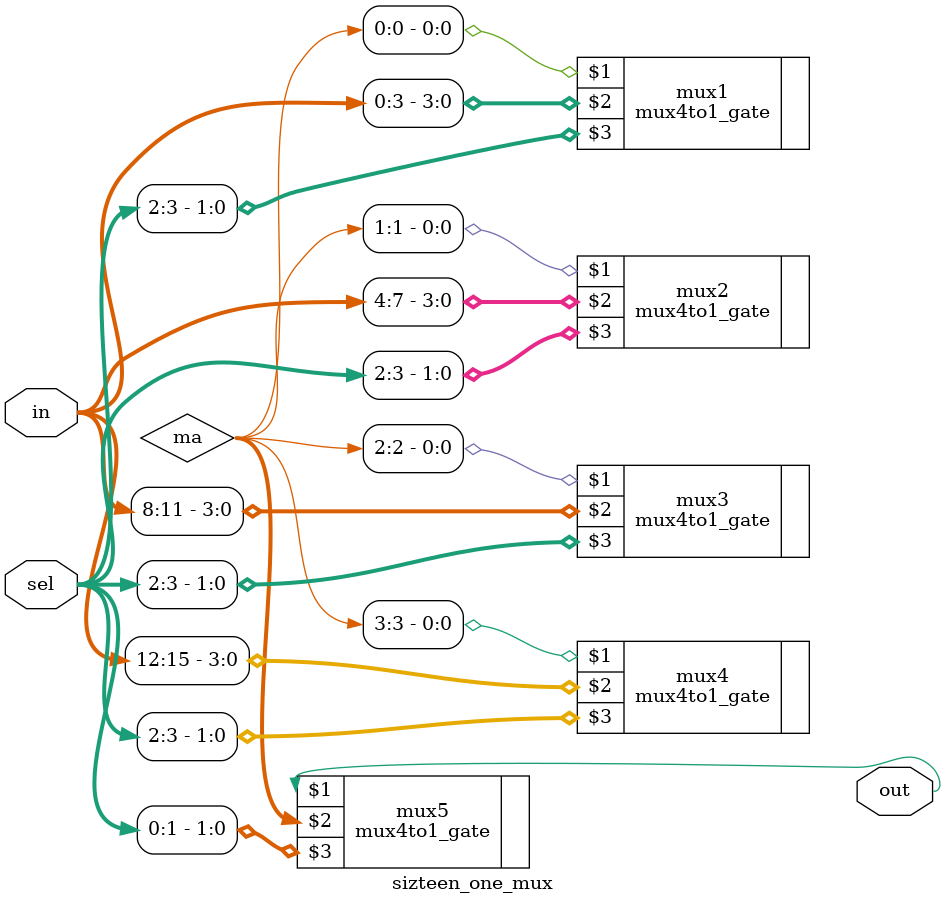
<source format=v>
`timescale 1ns / 1ps


module sizteen_one_mux(out,in,sel); 

 input [0:15] in; 

 input [0:3] sel;

 output out;

 wire [0:3] ma;

 mux4to1_gate mux1(ma[0],in[0:3],sel[2:3]);

 mux4to1_gate mux2(ma[1],in[4:7],sel[2:3]);

 mux4to1_gate mux3(ma[2],in[8:11],sel[2:3]);

 mux4to1_gate mux4(ma[3],in[12:15],sel[2:3]);

 mux4to1_gate mux5(out,ma,sel[0:1]);

endmodule

</source>
